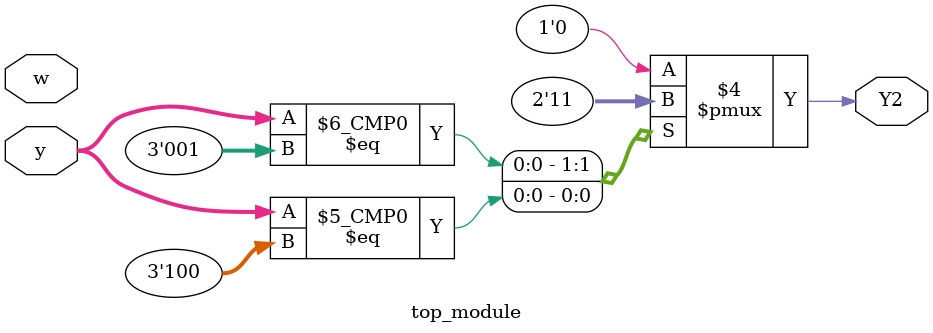
<source format=sv>
module top_module(
	input [3:1] y,
	input w,
	output reg Y2);

	always @(*) begin
		case (y)
			3'b000: Y2 = 1'b0; // A -> B
			3'b001: Y2 = 1'b1; // B -> A
			3'b010: Y2 = 1'b0; // C -> D
			3'b011: Y2 = 1'b0; // D -> A
			3'b100: Y2 = 1'b1; // E -> D
			3'b101: Y2 = 1'b0; // F -> D
			default: Y2 = 1'b0; // Default
		endcase
	end

endmodule

</source>
